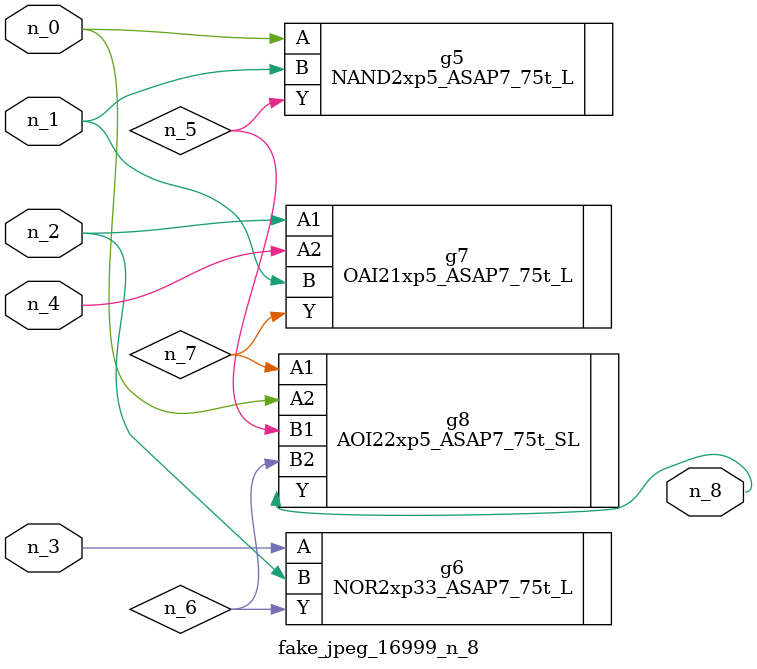
<source format=v>
module fake_jpeg_16999_n_8 (n_3, n_2, n_1, n_0, n_4, n_8);

input n_3;
input n_2;
input n_1;
input n_0;
input n_4;

output n_8;

wire n_6;
wire n_5;
wire n_7;

NAND2xp5_ASAP7_75t_L g5 ( 
.A(n_0),
.B(n_1),
.Y(n_5)
);

NOR2xp33_ASAP7_75t_L g6 ( 
.A(n_3),
.B(n_2),
.Y(n_6)
);

OAI21xp5_ASAP7_75t_L g7 ( 
.A1(n_2),
.A2(n_4),
.B(n_1),
.Y(n_7)
);

AOI22xp5_ASAP7_75t_SL g8 ( 
.A1(n_7),
.A2(n_0),
.B1(n_5),
.B2(n_6),
.Y(n_8)
);


endmodule
</source>
